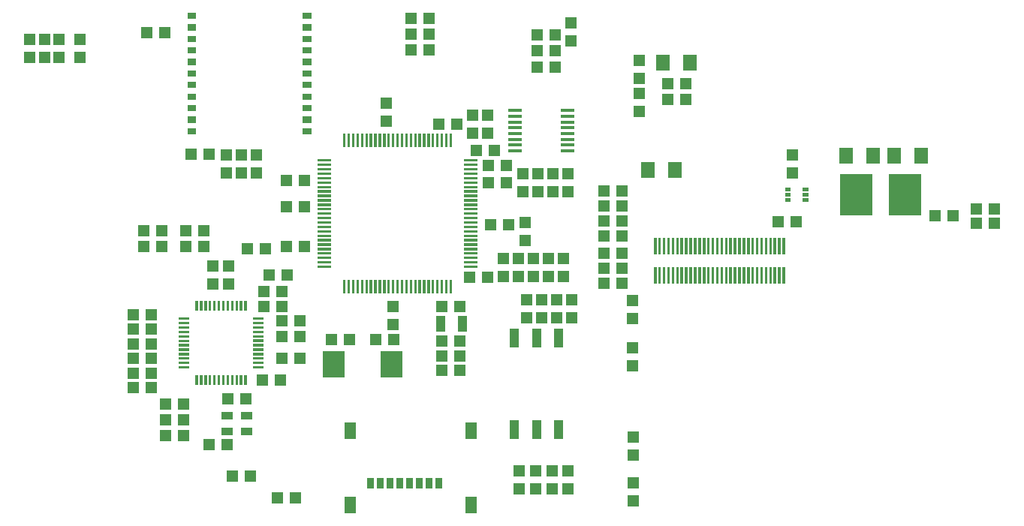
<source format=gbr>
G04 start of page 8 for group -4015 idx -4015 *
G04 Title: (unknown), toppaste *
G04 Creator: pcb 4.0.2 *
G04 CreationDate: Wed Oct 16 23:20:42 2019 UTC *
G04 For: walter *
G04 Format: Gerber/RS-274X *
G04 PCB-Dimensions (mil): 4429.13 2362.20 *
G04 PCB-Coordinate-Origin: lower left *
%MOIN*%
%FSLAX25Y25*%
%LNTOPPASTE*%
%ADD94C,0.0001*%
G54D94*G36*
X221122Y162933D02*Y157933D01*
X226122D01*
Y162933D01*
X221122D01*
G37*
G36*
Y154933D02*Y149933D01*
X226122D01*
Y154933D01*
X221122D01*
G37*
G36*
X289023Y213342D02*X283023D01*
Y206342D01*
X289023D01*
Y213342D01*
G37*
G36*
X301023D02*X295023D01*
Y206342D01*
X301023D01*
Y213342D01*
G37*
G36*
X340196Y118818D02*X339016D01*
Y111733D01*
X340196D01*
Y118818D01*
G37*
G36*
X338227D02*X337047D01*
Y111733D01*
X338227D01*
Y118818D01*
G37*
G36*
X336259D02*X335079D01*
Y111733D01*
X336259D01*
Y118818D01*
G37*
G36*
X334290D02*X333110D01*
Y111733D01*
X334290D01*
Y118818D01*
G37*
G36*
X332322D02*X331142D01*
Y111733D01*
X332322D01*
Y118818D01*
G37*
G36*
X330353D02*X329173D01*
Y111733D01*
X330353D01*
Y118818D01*
G37*
G36*
X328385D02*X327205D01*
Y111733D01*
X328385D01*
Y118818D01*
G37*
G36*
X326416D02*X325236D01*
Y111733D01*
X326416D01*
Y118818D01*
G37*
G36*
X324448D02*X323268D01*
Y111733D01*
X324448D01*
Y118818D01*
G37*
G36*
X322479D02*X321299D01*
Y111733D01*
X322479D01*
Y118818D01*
G37*
G36*
X320511D02*X319331D01*
Y111733D01*
X320511D01*
Y118818D01*
G37*
G36*
X318542D02*X317362D01*
Y111733D01*
X318542D01*
Y118818D01*
G37*
G36*
X316574D02*X315394D01*
Y111733D01*
X316574D01*
Y118818D01*
G37*
G36*
X314605D02*X313425D01*
Y111733D01*
X314605D01*
Y118818D01*
G37*
G36*
X312637D02*X311457D01*
Y111733D01*
X312637D01*
Y118818D01*
G37*
G36*
X310668D02*X309488D01*
Y111733D01*
X310668D01*
Y118818D01*
G37*
G36*
X308700D02*X307520D01*
Y111733D01*
X308700D01*
Y118818D01*
G37*
G36*
X306731D02*X305551D01*
Y111733D01*
X306731D01*
Y118818D01*
G37*
G36*
X304763D02*X303583D01*
Y111733D01*
X304763D01*
Y118818D01*
G37*
G36*
X302794D02*X301614D01*
Y111733D01*
X302794D01*
Y118818D01*
G37*
G36*
X300826D02*X299646D01*
Y111733D01*
X300826D01*
Y118818D01*
G37*
G36*
X298857D02*X297677D01*
Y111733D01*
X298857D01*
Y118818D01*
G37*
G36*
X296889D02*X295709D01*
Y111733D01*
X296889D01*
Y118818D01*
G37*
G36*
X294920D02*X293740D01*
Y111733D01*
X294920D01*
Y118818D01*
G37*
G36*
X292952D02*X291772D01*
Y111733D01*
X292952D01*
Y118818D01*
G37*
G36*
X290983D02*X289803D01*
Y111733D01*
X290983D01*
Y118818D01*
G37*
G36*
X289015D02*X287835D01*
Y111733D01*
X289015D01*
Y118818D01*
G37*
G36*
X287046D02*X285866D01*
Y111733D01*
X287046D01*
Y118818D01*
G37*
G36*
X285078D02*X283898D01*
Y111733D01*
X285078D01*
Y118818D01*
G37*
G36*
X283109D02*X281929D01*
Y111733D01*
X283109D01*
Y118818D01*
G37*
G36*
X340196Y131810D02*X339016D01*
Y124725D01*
X340196D01*
Y131810D01*
G37*
G36*
X338227D02*X337047D01*
Y124725D01*
X338227D01*
Y131810D01*
G37*
G36*
X336259D02*X335079D01*
Y124725D01*
X336259D01*
Y131810D01*
G37*
G36*
X334290D02*X333110D01*
Y124725D01*
X334290D01*
Y131810D01*
G37*
G36*
X332322D02*X331142D01*
Y124725D01*
X332322D01*
Y131810D01*
G37*
G36*
X330353D02*X329173D01*
Y124725D01*
X330353D01*
Y131810D01*
G37*
G36*
X328385D02*X327205D01*
Y124725D01*
X328385D01*
Y131810D01*
G37*
G36*
X326416D02*X325236D01*
Y124725D01*
X326416D01*
Y131810D01*
G37*
G36*
X324448D02*X323268D01*
Y124725D01*
X324448D01*
Y131810D01*
G37*
G36*
X322479D02*X321299D01*
Y124725D01*
X322479D01*
Y131810D01*
G37*
G36*
X320511D02*X319331D01*
Y124725D01*
X320511D01*
Y131810D01*
G37*
G36*
X318542D02*X317362D01*
Y124725D01*
X318542D01*
Y131810D01*
G37*
G36*
X316574D02*X315394D01*
Y124725D01*
X316574D01*
Y131810D01*
G37*
G36*
X314605D02*X313425D01*
Y124725D01*
X314605D01*
Y131810D01*
G37*
G36*
X312637D02*X311457D01*
Y124725D01*
X312637D01*
Y131810D01*
G37*
G36*
X310668D02*X309488D01*
Y124725D01*
X310668D01*
Y131810D01*
G37*
G36*
X308700D02*X307520D01*
Y124725D01*
X308700D01*
Y131810D01*
G37*
G36*
X306731D02*X305551D01*
Y124725D01*
X306731D01*
Y131810D01*
G37*
G36*
X304763D02*X303583D01*
Y124725D01*
X304763D01*
Y131810D01*
G37*
G36*
X302794D02*X301614D01*
Y124725D01*
X302794D01*
Y131810D01*
G37*
G36*
X300826D02*X299646D01*
Y124725D01*
X300826D01*
Y131810D01*
G37*
G36*
X298857D02*X297677D01*
Y124725D01*
X298857D01*
Y131810D01*
G37*
G36*
X296889D02*X295709D01*
Y124725D01*
X296889D01*
Y131810D01*
G37*
G36*
X294920D02*X293740D01*
Y124725D01*
X294920D01*
Y131810D01*
G37*
G36*
X292952D02*X291772D01*
Y124725D01*
X292952D01*
Y131810D01*
G37*
G36*
X290983D02*X289803D01*
Y124725D01*
X290983D01*
Y131810D01*
G37*
G36*
X289015D02*X287835D01*
Y124725D01*
X289015D01*
Y131810D01*
G37*
G36*
X287046D02*X285866D01*
Y124725D01*
X287046D01*
Y131810D01*
G37*
G36*
X285078D02*X283898D01*
Y124725D01*
X285078D01*
Y131810D01*
G37*
G36*
X283109D02*X281929D01*
Y124725D01*
X283109D01*
Y131810D01*
G37*
G36*
X52815Y137539D02*Y132539D01*
X57815D01*
Y137539D01*
X52815D01*
G37*
G36*
X60815D02*Y132539D01*
X65815D01*
Y137539D01*
X60815D01*
G37*
G36*
X106949Y129665D02*Y124665D01*
X111949D01*
Y129665D01*
X106949D01*
G37*
G36*
X98949D02*Y124665D01*
X103949D01*
Y129665D01*
X98949D01*
G37*
G36*
X282134Y165705D02*X276134D01*
Y158705D01*
X282134D01*
Y165705D01*
G37*
G36*
X294134D02*X288134D01*
Y158705D01*
X294134D01*
Y165705D01*
G37*
G36*
X241750Y91527D02*X237750D01*
Y83197D01*
X241750D01*
Y91527D01*
G37*
G36*
X231908D02*X227908D01*
Y83197D01*
X231908D01*
Y91527D01*
G37*
G36*
X241750Y50976D02*X237750D01*
Y42646D01*
X241750D01*
Y50976D01*
G37*
G36*
X222065Y91528D02*X218065D01*
Y83198D01*
X222065D01*
Y91528D01*
G37*
G36*
Y50977D02*X218065D01*
Y42647D01*
X222065D01*
Y50977D01*
G37*
G36*
X231908Y50976D02*X227908D01*
Y42646D01*
X231908D01*
Y50976D01*
G37*
G36*
X257342Y155255D02*Y150255D01*
X262342D01*
Y155255D01*
X257342D01*
G37*
G36*
X265342D02*Y150255D01*
X270342D01*
Y155255D01*
X265342D01*
G37*
G36*
X334705Y141476D02*Y136476D01*
X339705D01*
Y141476D01*
X334705D01*
G37*
G36*
X342705D02*Y136476D01*
X347705D01*
Y141476D01*
X342705D01*
G37*
G36*
X185295Y75531D02*Y70531D01*
X190295D01*
Y75531D01*
X185295D01*
G37*
G36*
X193295D02*Y70531D01*
X198295D01*
Y75531D01*
X193295D01*
G37*
G36*
X134839Y81697D02*Y80897D01*
X144694D01*
Y81697D01*
X134839D01*
G37*
G36*
X144694D02*X143894D01*
Y69874D01*
X144694D01*
Y81697D01*
G37*
G36*
X134839Y70674D02*Y69874D01*
X144694D01*
Y70674D01*
X134839D01*
G37*
G36*
X135639Y81697D02*X134839D01*
Y69874D01*
X135639D01*
Y81697D01*
G37*
G36*
X135232Y81304D02*Y80504D01*
X144300D01*
Y81304D01*
X135232D01*
G37*
G36*
X144300D02*X143500D01*
Y70267D01*
X144300D01*
Y81304D01*
G37*
G36*
X135232Y71067D02*Y70267D01*
X144300D01*
Y71067D01*
X135232D01*
G37*
G36*
X136032Y80910D02*X135232D01*
Y70267D01*
X136032D01*
Y80910D01*
G37*
G36*
X135232D02*Y80110D01*
X143906D01*
Y80910D01*
X135232D01*
G37*
G36*
X143906D02*X143106D01*
Y70661D01*
X143906D01*
Y80910D01*
G37*
G36*
X135626Y71461D02*Y70661D01*
X143906D01*
Y71461D01*
X135626D01*
G37*
G36*
X136426Y80516D02*X135626D01*
Y70661D01*
X136426D01*
Y80516D01*
G37*
G36*
X135626D02*Y79716D01*
X143513D01*
Y80516D01*
X135626D01*
G37*
G36*
X143513D02*X142713D01*
Y71055D01*
X143513D01*
Y80516D01*
G37*
G36*
X136020Y71855D02*Y71055D01*
X143513D01*
Y71855D01*
X136020D01*
G37*
G36*
X136820Y80123D02*X136020D01*
Y71055D01*
X136820D01*
Y80123D01*
G37*
G36*
X136020D02*Y79323D01*
X143119D01*
Y80123D01*
X136020D01*
G37*
G36*
X143119D02*X142319D01*
Y71449D01*
X143119D01*
Y80123D01*
G37*
G36*
X136414Y72249D02*Y71449D01*
X143119D01*
Y72249D01*
X136414D01*
G37*
G36*
X137214Y79729D02*X136414D01*
Y71449D01*
X137214D01*
Y79729D01*
G37*
G36*
X136414D02*Y78929D01*
X142725D01*
Y79729D01*
X136414D01*
G37*
G36*
X142725D02*X141925D01*
Y71842D01*
X142725D01*
Y79729D01*
G37*
G36*
X136807Y72642D02*Y71842D01*
X142725D01*
Y72642D01*
X136807D01*
G37*
G36*
X137607Y79335D02*X136807D01*
Y71842D01*
X137607D01*
Y79335D01*
G37*
G36*
X136807D02*Y78535D01*
X142332D01*
Y79335D01*
X136807D01*
G37*
G36*
X142332D02*X141532D01*
Y72236D01*
X142332D01*
Y79335D01*
G37*
G36*
X137201Y73036D02*Y72236D01*
X142332D01*
Y73036D01*
X137201D01*
G37*
G36*
X138001Y78941D02*X137201D01*
Y72236D01*
X138001D01*
Y78941D01*
G37*
G36*
X137201D02*Y78141D01*
X141938D01*
Y78941D01*
X137201D01*
G37*
G36*
X141938D02*X141138D01*
Y72630D01*
X141938D01*
Y78941D01*
G37*
G36*
X137595Y73430D02*Y72630D01*
X141938D01*
Y73430D01*
X137595D01*
G37*
G36*
X138395Y78548D02*X137595D01*
Y72630D01*
X138395D01*
Y78548D01*
G37*
G36*
X137595D02*Y77748D01*
X141544D01*
Y78548D01*
X137595D01*
G37*
G36*
X141544D02*X140744D01*
Y73023D01*
X141544D01*
Y78548D01*
G37*
G36*
X137988Y73823D02*Y73023D01*
X141544D01*
Y73823D01*
X137988D01*
G37*
G36*
X138788Y78154D02*X137988D01*
Y73023D01*
X138788D01*
Y78154D01*
G37*
G36*
X137988D02*Y77354D01*
X141151D01*
Y78154D01*
X137988D01*
G37*
G36*
X141151D02*X140351D01*
Y73417D01*
X141151D01*
Y78154D01*
G37*
G36*
X138382Y74217D02*Y73417D01*
X141151D01*
Y74217D01*
X138382D01*
G37*
G36*
X139182Y77760D02*X138382D01*
Y73417D01*
X139182D01*
Y77760D01*
G37*
G36*
X138382D02*Y76960D01*
X140757D01*
Y77760D01*
X138382D01*
G37*
G36*
X140757D02*X139957D01*
Y73811D01*
X140757D01*
Y77760D01*
G37*
G36*
X138776Y74611D02*Y73811D01*
X140757D01*
Y74611D01*
X138776D01*
G37*
G36*
X139576Y77367D02*X138776D01*
Y73811D01*
X139576D01*
Y77367D01*
G37*
G36*
X138776D02*Y76567D01*
X140363D01*
Y77367D01*
X138776D01*
G37*
G36*
X140363D02*X139563D01*
Y74204D01*
X140363D01*
Y77367D01*
G37*
G36*
X139169Y75004D02*Y74204D01*
X140363D01*
Y75004D01*
X139169D01*
G37*
G36*
X139969Y77367D02*X139169D01*
Y74204D01*
X139969D01*
Y77367D01*
G37*
G36*
X160430Y81697D02*Y80897D01*
X170285D01*
Y81697D01*
X160430D01*
G37*
G36*
X170285D02*X169485D01*
Y69874D01*
X170285D01*
Y81697D01*
G37*
G36*
X160430Y70674D02*Y69874D01*
X170285D01*
Y70674D01*
X160430D01*
G37*
G36*
X161230Y81697D02*X160430D01*
Y69874D01*
X161230D01*
Y81697D01*
G37*
G36*
X160823Y81304D02*Y80504D01*
X169891D01*
Y81304D01*
X160823D01*
G37*
G36*
X169891D02*X169091D01*
Y70267D01*
X169891D01*
Y81304D01*
G37*
G36*
X160823Y71067D02*Y70267D01*
X169891D01*
Y71067D01*
X160823D01*
G37*
G36*
X161623Y80910D02*X160823D01*
Y70267D01*
X161623D01*
Y80910D01*
G37*
G36*
X160823D02*Y80110D01*
X169497D01*
Y80910D01*
X160823D01*
G37*
G36*
X169497D02*X168697D01*
Y70661D01*
X169497D01*
Y80910D01*
G37*
G36*
X161217Y71461D02*Y70661D01*
X169497D01*
Y71461D01*
X161217D01*
G37*
G36*
X162017Y80516D02*X161217D01*
Y70661D01*
X162017D01*
Y80516D01*
G37*
G36*
X161217D02*Y79716D01*
X169104D01*
Y80516D01*
X161217D01*
G37*
G36*
X169104D02*X168304D01*
Y71055D01*
X169104D01*
Y80516D01*
G37*
G36*
X161611Y71855D02*Y71055D01*
X169104D01*
Y71855D01*
X161611D01*
G37*
G36*
X162411Y80123D02*X161611D01*
Y71055D01*
X162411D01*
Y80123D01*
G37*
G36*
X161611D02*Y79323D01*
X168710D01*
Y80123D01*
X161611D01*
G37*
G36*
X168710D02*X167910D01*
Y71449D01*
X168710D01*
Y80123D01*
G37*
G36*
X162005Y72249D02*Y71449D01*
X168710D01*
Y72249D01*
X162005D01*
G37*
G36*
X162805Y79729D02*X162005D01*
Y71449D01*
X162805D01*
Y79729D01*
G37*
G36*
X162005D02*Y78929D01*
X168316D01*
Y79729D01*
X162005D01*
G37*
G36*
X168316D02*X167516D01*
Y71842D01*
X168316D01*
Y79729D01*
G37*
G36*
X162398Y72642D02*Y71842D01*
X168316D01*
Y72642D01*
X162398D01*
G37*
G36*
X163198Y79335D02*X162398D01*
Y71842D01*
X163198D01*
Y79335D01*
G37*
G36*
X162398D02*Y78535D01*
X167923D01*
Y79335D01*
X162398D01*
G37*
G36*
X167923D02*X167123D01*
Y72236D01*
X167923D01*
Y79335D01*
G37*
G36*
X162792Y73036D02*Y72236D01*
X167923D01*
Y73036D01*
X162792D01*
G37*
G36*
X163592Y78941D02*X162792D01*
Y72236D01*
X163592D01*
Y78941D01*
G37*
G36*
X162792D02*Y78141D01*
X167529D01*
Y78941D01*
X162792D01*
G37*
G36*
X167529D02*X166729D01*
Y72630D01*
X167529D01*
Y78941D01*
G37*
G36*
X163186Y73430D02*Y72630D01*
X167529D01*
Y73430D01*
X163186D01*
G37*
G36*
X163986Y78548D02*X163186D01*
Y72630D01*
X163986D01*
Y78548D01*
G37*
G36*
X163186D02*Y77748D01*
X167135D01*
Y78548D01*
X163186D01*
G37*
G36*
X167135D02*X166335D01*
Y73023D01*
X167135D01*
Y78548D01*
G37*
G36*
X163579Y73823D02*Y73023D01*
X167135D01*
Y73823D01*
X163579D01*
G37*
G36*
X164379Y78154D02*X163579D01*
Y73023D01*
X164379D01*
Y78154D01*
G37*
G36*
X163579D02*Y77354D01*
X166742D01*
Y78154D01*
X163579D01*
G37*
G36*
X166742D02*X165942D01*
Y73417D01*
X166742D01*
Y78154D01*
G37*
G36*
X163973Y74217D02*Y73417D01*
X166742D01*
Y74217D01*
X163973D01*
G37*
G36*
X164773Y77760D02*X163973D01*
Y73417D01*
X164773D01*
Y77760D01*
G37*
G36*
X163973D02*Y76960D01*
X166348D01*
Y77760D01*
X163973D01*
G37*
G36*
X166348D02*X165548D01*
Y73811D01*
X166348D01*
Y77760D01*
G37*
G36*
X164367Y74611D02*Y73811D01*
X166348D01*
Y74611D01*
X164367D01*
G37*
G36*
X165167Y77367D02*X164367D01*
Y73811D01*
X165167D01*
Y77367D01*
G37*
G36*
X164367D02*Y76567D01*
X165954D01*
Y77367D01*
X164367D01*
G37*
G36*
X165954D02*X165154D01*
Y74204D01*
X165954D01*
Y77367D01*
G37*
G36*
X164760Y75004D02*Y74204D01*
X165954D01*
Y75004D01*
X164760D01*
G37*
G36*
X165560Y77367D02*X164760D01*
Y74204D01*
X165560D01*
Y77367D01*
G37*
G36*
X136281Y89112D02*Y84112D01*
X141281D01*
Y89112D01*
X136281D01*
G37*
G36*
X144281D02*Y84112D01*
X149281D01*
Y89112D01*
X144281D01*
G37*
G36*
X160691Y194428D02*Y189428D01*
X165691D01*
Y194428D01*
X160691D01*
G37*
G36*
Y186428D02*Y181428D01*
X165691D01*
Y186428D01*
X160691D01*
G37*
G36*
X185297Y103877D02*Y98877D01*
X190297D01*
Y103877D01*
X185297D01*
G37*
G36*
X193297D02*Y98877D01*
X198297D01*
Y103877D01*
X193297D01*
G37*
G36*
X185231Y97250D02*Y96450D01*
X189180D01*
Y97250D01*
X185231D01*
G37*
G36*
X189180D02*X188380D01*
Y90150D01*
X189180D01*
Y97250D01*
G37*
G36*
X185231Y90950D02*Y90150D01*
X189180D01*
Y90950D01*
X185231D01*
G37*
G36*
X186031Y97250D02*X185231D01*
Y90150D01*
X186031D01*
Y97250D01*
G37*
G36*
X185625Y96856D02*Y96056D01*
X188787D01*
Y96856D01*
X185625D01*
G37*
G36*
X188787D02*X187987D01*
Y90544D01*
X188787D01*
Y96856D01*
G37*
G36*
X185625Y91344D02*Y90544D01*
X188787D01*
Y91344D01*
X185625D01*
G37*
G36*
X186425Y96462D02*X185625D01*
Y90544D01*
X186425D01*
Y96462D01*
G37*
G36*
X185625D02*Y95662D01*
X188393D01*
Y96462D01*
X185625D01*
G37*
G36*
X188393D02*X187593D01*
Y90938D01*
X188393D01*
Y96462D01*
G37*
G36*
X186018Y91738D02*Y90938D01*
X188393D01*
Y91738D01*
X186018D01*
G37*
G36*
X186818Y96068D02*X186018D01*
Y90938D01*
X186818D01*
Y96068D01*
G37*
G36*
X186018D02*Y95268D01*
X187999D01*
Y96068D01*
X186018D01*
G37*
G36*
X187999D02*X187199D01*
Y91331D01*
X187999D01*
Y96068D01*
G37*
G36*
X186412Y92131D02*Y91331D01*
X187999D01*
Y92131D01*
X186412D01*
G37*
G36*
X187212Y95675D02*X186412D01*
Y91331D01*
X187212D01*
Y95675D01*
G37*
G36*
X186412D02*Y94875D01*
X187606D01*
Y95675D01*
X186412D01*
G37*
G36*
X187606D02*X186806D01*
Y91331D01*
X187606D01*
Y95675D01*
G37*
G36*
X195074Y97250D02*Y96450D01*
X199023D01*
Y97250D01*
X195074D01*
G37*
G36*
X199023D02*X198223D01*
Y90150D01*
X199023D01*
Y97250D01*
G37*
G36*
X195074Y90950D02*Y90150D01*
X199023D01*
Y90950D01*
X195074D01*
G37*
G36*
X195874Y97250D02*X195074D01*
Y90150D01*
X195874D01*
Y97250D01*
G37*
G36*
X195468Y96856D02*Y96056D01*
X198630D01*
Y96856D01*
X195468D01*
G37*
G36*
X198630D02*X197830D01*
Y90544D01*
X198630D01*
Y96856D01*
G37*
G36*
X195468Y91344D02*Y90544D01*
X198630D01*
Y91344D01*
X195468D01*
G37*
G36*
X196268Y96462D02*X195468D01*
Y90544D01*
X196268D01*
Y96462D01*
G37*
G36*
X195468D02*Y95662D01*
X198236D01*
Y96462D01*
X195468D01*
G37*
G36*
X198236D02*X197436D01*
Y90938D01*
X198236D01*
Y96462D01*
G37*
G36*
X195861Y91738D02*Y90938D01*
X198236D01*
Y91738D01*
X195861D01*
G37*
G36*
X196661Y96068D02*X195861D01*
Y90938D01*
X196661D01*
Y96068D01*
G37*
G36*
X195861D02*Y95268D01*
X197842D01*
Y96068D01*
X195861D01*
G37*
G36*
X197842D02*X197042D01*
Y91331D01*
X197842D01*
Y96068D01*
G37*
G36*
X196255Y92131D02*Y91331D01*
X197842D01*
Y92131D01*
X196255D01*
G37*
G36*
X197055Y95675D02*X196255D01*
Y91331D01*
X197055D01*
Y95675D01*
G37*
G36*
X196255D02*Y94875D01*
X197449D01*
Y95675D01*
X196255D01*
G37*
G36*
X197449D02*X196649D01*
Y91331D01*
X197449D01*
Y95675D01*
G37*
G36*
X163644Y103876D02*Y98876D01*
X168644D01*
Y103876D01*
X163644D01*
G37*
G36*
Y95876D02*Y90876D01*
X168644D01*
Y95876D01*
X163644D01*
G37*
G36*
X116202Y159979D02*Y154979D01*
X121202D01*
Y159979D01*
X116202D01*
G37*
G36*
X124202D02*Y154979D01*
X129202D01*
Y159979D01*
X124202D01*
G37*
G36*
X116202Y148168D02*Y143168D01*
X121202D01*
Y148168D01*
X116202D01*
G37*
G36*
X124202D02*Y143168D01*
X129202D01*
Y148168D01*
X124202D01*
G37*
G36*
X116202Y130451D02*Y125451D01*
X121202D01*
Y130451D01*
X116202D01*
G37*
G36*
X124202D02*Y125451D01*
X129202D01*
Y130451D01*
X124202D01*
G37*
G36*
X222108Y141278D02*Y136278D01*
X227108D01*
Y141278D01*
X222108D01*
G37*
G36*
Y133278D02*Y128278D01*
X227108D01*
Y133278D01*
X222108D01*
G37*
G36*
X155769Y89112D02*Y84112D01*
X160769D01*
Y89112D01*
X155769D01*
G37*
G36*
X163769D02*Y84112D01*
X168769D01*
Y89112D01*
X163769D01*
G37*
G36*
X185297Y88522D02*Y83522D01*
X190297D01*
Y88522D01*
X185297D01*
G37*
G36*
X193297D02*Y83522D01*
X198297D01*
Y88522D01*
X193297D01*
G37*
G36*
X101142Y104013D02*X100040D01*
Y99513D01*
X101142D01*
Y104013D01*
G37*
G36*
X99174D02*X98072D01*
Y99513D01*
X99174D01*
Y104013D01*
G37*
G36*
X97205D02*X96103D01*
Y99513D01*
X97205D01*
Y104013D01*
G37*
G36*
X95237D02*X94135D01*
Y99513D01*
X95237D01*
Y104013D01*
G37*
G36*
X93268D02*X92166D01*
Y99513D01*
X93268D01*
Y104013D01*
G37*
G36*
X91300D02*X90198D01*
Y99513D01*
X91300D01*
Y104013D01*
G37*
G36*
X89331D02*X88229D01*
Y99513D01*
X89331D01*
Y104013D01*
G37*
G36*
X87363D02*X86261D01*
Y99513D01*
X87363D01*
Y104013D01*
G37*
G36*
X85394D02*X84292D01*
Y99513D01*
X85394D01*
Y104013D01*
G37*
G36*
X83426D02*X82324D01*
Y99513D01*
X83426D01*
Y104013D01*
G37*
G36*
X81457D02*X80355D01*
Y99513D01*
X81457D01*
Y104013D01*
G37*
G36*
X79489D02*X78387D01*
Y99513D01*
X79489D01*
Y104013D01*
G37*
G36*
X70986Y96611D02*Y95509D01*
X75486D01*
Y96611D01*
X70986D01*
G37*
G36*
Y94643D02*Y93541D01*
X75486D01*
Y94643D01*
X70986D01*
G37*
G36*
Y92674D02*Y91572D01*
X75486D01*
Y92674D01*
X70986D01*
G37*
G36*
Y90706D02*Y89604D01*
X75486D01*
Y90706D01*
X70986D01*
G37*
G36*
Y88737D02*Y87635D01*
X75486D01*
Y88737D01*
X70986D01*
G37*
G36*
Y86769D02*Y85667D01*
X75486D01*
Y86769D01*
X70986D01*
G37*
G36*
Y84800D02*Y83698D01*
X75486D01*
Y84800D01*
X70986D01*
G37*
G36*
Y82832D02*Y81730D01*
X75486D01*
Y82832D01*
X70986D01*
G37*
G36*
Y80863D02*Y79761D01*
X75486D01*
Y80863D01*
X70986D01*
G37*
G36*
Y78895D02*Y77793D01*
X75486D01*
Y78895D01*
X70986D01*
G37*
G36*
Y76926D02*Y75824D01*
X75486D01*
Y76926D01*
X70986D01*
G37*
G36*
Y74958D02*Y73856D01*
X75486D01*
Y74958D01*
X70986D01*
G37*
G36*
X79490Y70955D02*X78388D01*
Y66455D01*
X79490D01*
Y70955D01*
G37*
G36*
X81458D02*X80356D01*
Y66455D01*
X81458D01*
Y70955D01*
G37*
G36*
X83427D02*X82325D01*
Y66455D01*
X83427D01*
Y70955D01*
G37*
G36*
X85395D02*X84293D01*
Y66455D01*
X85395D01*
Y70955D01*
G37*
G36*
X87364D02*X86262D01*
Y66455D01*
X87364D01*
Y70955D01*
G37*
G36*
X89332D02*X88230D01*
Y66455D01*
X89332D01*
Y70955D01*
G37*
G36*
X91301D02*X90199D01*
Y66455D01*
X91301D01*
Y70955D01*
G37*
G36*
X93269D02*X92167D01*
Y66455D01*
X93269D01*
Y70955D01*
G37*
G36*
X95238D02*X94136D01*
Y66455D01*
X95238D01*
Y70955D01*
G37*
G36*
X97206D02*X96104D01*
Y66455D01*
X97206D01*
Y70955D01*
G37*
G36*
X99175D02*X98073D01*
Y66455D01*
X99175D01*
Y70955D01*
G37*
G36*
X101143D02*X100041D01*
Y66455D01*
X101143D01*
Y70955D01*
G37*
G36*
X104044Y74959D02*Y73857D01*
X108544D01*
Y74959D01*
X104044D01*
G37*
G36*
Y76927D02*Y75825D01*
X108544D01*
Y76927D01*
X104044D01*
G37*
G36*
Y78896D02*Y77794D01*
X108544D01*
Y78896D01*
X104044D01*
G37*
G36*
Y80864D02*Y79762D01*
X108544D01*
Y80864D01*
X104044D01*
G37*
G36*
Y82833D02*Y81731D01*
X108544D01*
Y82833D01*
X104044D01*
G37*
G36*
Y84801D02*Y83699D01*
X108544D01*
Y84801D01*
X104044D01*
G37*
G36*
Y86770D02*Y85668D01*
X108544D01*
Y86770D01*
X104044D01*
G37*
G36*
Y88738D02*Y87636D01*
X108544D01*
Y88738D01*
X104044D01*
G37*
G36*
Y90707D02*Y89605D01*
X108544D01*
Y90707D01*
X104044D01*
G37*
G36*
Y92675D02*Y91573D01*
X108544D01*
Y92675D01*
X104044D01*
G37*
G36*
Y94644D02*Y93542D01*
X108544D01*
Y94644D01*
X104044D01*
G37*
G36*
Y96612D02*Y95510D01*
X108544D01*
Y96612D01*
X104044D01*
G37*
G36*
X89786Y54700D02*Y51200D01*
X94861D01*
Y54700D01*
X89786D01*
G37*
G36*
Y47614D02*Y44114D01*
X94861D01*
Y47614D01*
X89786D01*
G37*
G36*
X98448Y54700D02*Y51200D01*
X103523D01*
Y54700D01*
X98448D01*
G37*
G36*
Y47614D02*Y44114D01*
X103523D01*
Y47614D01*
X98448D01*
G37*
G36*
X106162Y104074D02*Y99074D01*
X111162D01*
Y104074D01*
X106162D01*
G37*
G36*
X114162D02*Y99074D01*
X119162D01*
Y104074D01*
X114162D01*
G37*
G36*
X105572Y71396D02*Y66396D01*
X110572D01*
Y71396D01*
X105572D01*
G37*
G36*
X113572D02*Y66396D01*
X118572D01*
Y71396D01*
X113572D01*
G37*
G36*
X106163Y110570D02*Y105570D01*
X111163D01*
Y110570D01*
X106163D01*
G37*
G36*
X114163D02*Y105570D01*
X119163D01*
Y110570D01*
X114163D01*
G37*
G36*
X90612Y121789D02*Y116789D01*
X95612D01*
Y121789D01*
X90612D01*
G37*
G36*
Y113789D02*Y108789D01*
X95612D01*
Y113789D01*
X90612D01*
G37*
G36*
X83524Y121791D02*Y116791D01*
X88524D01*
Y121791D01*
X83524D01*
G37*
G36*
Y113791D02*Y108791D01*
X88524D01*
Y113791D01*
X83524D01*
G37*
G36*
X122107Y97577D02*Y92577D01*
X127107D01*
Y97577D01*
X122107D01*
G37*
G36*
X114107D02*Y92577D01*
X119107D01*
Y97577D01*
X114107D01*
G37*
G36*
X122106Y90492D02*Y85492D01*
X127106D01*
Y90492D01*
X122106D01*
G37*
G36*
X114106D02*Y85492D01*
X119106D01*
Y90492D01*
X114106D01*
G37*
G36*
X122107Y80845D02*Y75845D01*
X127107D01*
Y80845D01*
X122107D01*
G37*
G36*
X114107D02*Y75845D01*
X119107D01*
Y80845D01*
X114107D01*
G37*
G36*
X90218Y62931D02*Y57931D01*
X95218D01*
Y62931D01*
X90218D01*
G37*
G36*
X98218D02*Y57931D01*
X103218D01*
Y62931D01*
X98218D01*
G37*
G36*
X56163Y100334D02*Y95334D01*
X61163D01*
Y100334D01*
X56163D01*
G37*
G36*
X48163D02*Y95334D01*
X53163D01*
Y100334D01*
X48163D01*
G37*
G36*
X56163Y93838D02*Y88838D01*
X61163D01*
Y93838D01*
X56163D01*
G37*
G36*
X48163D02*Y88838D01*
X53163D01*
Y93838D01*
X48163D01*
G37*
G36*
X56163Y87341D02*Y82341D01*
X61163D01*
Y87341D01*
X56163D01*
G37*
G36*
X48163D02*Y82341D01*
X53163D01*
Y87341D01*
X48163D01*
G37*
G36*
X56163Y80845D02*Y75845D01*
X61163D01*
Y80845D01*
X56163D01*
G37*
G36*
X48163D02*Y75845D01*
X53163D01*
Y80845D01*
X48163D01*
G37*
G36*
X56163Y74349D02*Y69349D01*
X61163D01*
Y74349D01*
X56163D01*
G37*
G36*
X48163D02*Y69349D01*
X53163D01*
Y74349D01*
X48163D01*
G37*
G36*
X56163Y67853D02*Y62853D01*
X61163D01*
Y67853D01*
X56163D01*
G37*
G36*
X48163D02*Y62853D01*
X53163D01*
Y67853D01*
X48163D01*
G37*
G36*
X108721Y118050D02*Y113050D01*
X113721D01*
Y118050D01*
X108721D01*
G37*
G36*
X116721D02*Y113050D01*
X121721D01*
Y118050D01*
X116721D01*
G37*
G36*
X229586Y106830D02*Y101830D01*
X234586D01*
Y106830D01*
X229586D01*
G37*
G36*
Y98830D02*Y93830D01*
X234586D01*
Y98830D01*
X229586D01*
G37*
G36*
X70728Y60767D02*Y55767D01*
X75728D01*
Y60767D01*
X70728D01*
G37*
G36*
X62728D02*Y55767D01*
X67728D01*
Y60767D01*
X62728D01*
G37*
G36*
X70729Y53680D02*Y48680D01*
X75729D01*
Y53680D01*
X70729D01*
G37*
G36*
X62729D02*Y48680D01*
X67729D01*
Y53680D01*
X62729D01*
G37*
G36*
X70728Y46594D02*Y41594D01*
X75728D01*
Y46594D01*
X70728D01*
G37*
G36*
X62728D02*Y41594D01*
X67728D01*
Y46594D01*
X62728D01*
G37*
G36*
X236279Y106830D02*Y101830D01*
X241279D01*
Y106830D01*
X236279D01*
G37*
G36*
Y98830D02*Y93830D01*
X241279D01*
Y98830D01*
X236279D01*
G37*
G36*
X242972Y106830D02*Y101830D01*
X247972D01*
Y106830D01*
X242972D01*
G37*
G36*
Y98830D02*Y93830D01*
X247972D01*
Y98830D01*
X242972D01*
G37*
G36*
X52815Y130452D02*Y125452D01*
X57815D01*
Y130452D01*
X52815D01*
G37*
G36*
X60815D02*Y125452D01*
X65815D01*
Y130452D01*
X60815D01*
G37*
G36*
X71516D02*Y125452D01*
X76516D01*
Y130452D01*
X71516D01*
G37*
G36*
X79516D02*Y125452D01*
X84516D01*
Y130452D01*
X79516D01*
G37*
G36*
X71516Y137539D02*Y132539D01*
X76516D01*
Y137539D01*
X71516D01*
G37*
G36*
X79516D02*Y132539D01*
X84516D01*
Y137539D01*
X79516D01*
G37*
G36*
X257342Y141869D02*Y136869D01*
X262342D01*
Y141869D01*
X257342D01*
G37*
G36*
X265342D02*Y136869D01*
X270342D01*
Y141869D01*
X265342D01*
G37*
G36*
X257342Y148562D02*Y143562D01*
X262342D01*
Y148562D01*
X257342D01*
G37*
G36*
X265342D02*Y143562D01*
X270342D01*
Y148562D01*
X265342D01*
G37*
G36*
X257342Y135176D02*Y130176D01*
X262342D01*
Y135176D01*
X257342D01*
G37*
G36*
X265342D02*Y130176D01*
X270342D01*
Y135176D01*
X265342D01*
G37*
G36*
X257343Y114311D02*Y109311D01*
X262343D01*
Y114311D01*
X257343D01*
G37*
G36*
X265343D02*Y109311D01*
X270343D01*
Y114311D01*
X265343D01*
G37*
G36*
X257343Y121003D02*Y116003D01*
X262343D01*
Y121003D01*
X257343D01*
G37*
G36*
X265343D02*Y116003D01*
X270343D01*
Y121003D01*
X265343D01*
G37*
G36*
X257343Y127696D02*Y122696D01*
X262343D01*
Y127696D01*
X257343D01*
G37*
G36*
X265343D02*Y122696D01*
X270343D01*
Y127696D01*
X265343D01*
G37*
G36*
X269941Y106633D02*Y101633D01*
X274941D01*
Y106633D01*
X269941D01*
G37*
G36*
Y98633D02*Y93633D01*
X274941D01*
Y98633D01*
X269941D01*
G37*
G36*
X270137Y25531D02*Y20531D01*
X275137D01*
Y25531D01*
X270137D01*
G37*
G36*
Y17531D02*Y12531D01*
X275137D01*
Y17531D01*
X270137D01*
G37*
G36*
X222893Y106830D02*Y101830D01*
X227893D01*
Y106830D01*
X222893D01*
G37*
G36*
Y98830D02*Y93830D01*
X227893D01*
Y98830D01*
X222893D01*
G37*
G36*
X219153Y125137D02*Y120137D01*
X224153D01*
Y125137D01*
X219153D01*
G37*
G36*
Y117137D02*Y112137D01*
X224153D01*
Y117137D01*
X219153D01*
G37*
G36*
X225846Y125137D02*Y120137D01*
X230846D01*
Y125137D01*
X225846D01*
G37*
G36*
Y117137D02*Y112137D01*
X230846D01*
Y117137D01*
X225846D01*
G37*
G36*
X232539Y125137D02*Y120137D01*
X237539D01*
Y125137D01*
X232539D01*
G37*
G36*
Y117137D02*Y112137D01*
X237539D01*
Y117137D01*
X232539D01*
G37*
G36*
X239232Y125137D02*Y120137D01*
X244232D01*
Y125137D01*
X239232D01*
G37*
G36*
Y117137D02*Y112137D01*
X244232D01*
Y117137D01*
X239232D01*
G37*
G36*
X212461Y125137D02*Y120137D01*
X217461D01*
Y125137D01*
X212461D01*
G37*
G36*
Y117137D02*Y112137D01*
X217461D01*
Y117137D01*
X212461D01*
G37*
G36*
X197697Y117066D02*Y112066D01*
X202697D01*
Y117066D01*
X197697D01*
G37*
G36*
X205697D02*Y112066D01*
X210697D01*
Y117066D01*
X205697D01*
G37*
G36*
X73878Y171594D02*Y166594D01*
X78878D01*
Y171594D01*
X73878D01*
G37*
G36*
X81878D02*Y166594D01*
X86878D01*
Y171594D01*
X81878D01*
G37*
G36*
X89429Y171397D02*Y166397D01*
X94429D01*
Y171397D01*
X89429D01*
G37*
G36*
Y163397D02*Y158397D01*
X94429D01*
Y163397D01*
X89429D01*
G37*
G36*
X96122Y171397D02*Y166397D01*
X101122D01*
Y171397D01*
X96122D01*
G37*
G36*
Y163397D02*Y158397D01*
X101122D01*
Y163397D01*
X96122D01*
G37*
G36*
X102815Y171397D02*Y166397D01*
X107815D01*
Y171397D01*
X102815D01*
G37*
G36*
Y163397D02*Y158397D01*
X107815D01*
Y163397D01*
X102815D01*
G37*
G36*
X54193Y225531D02*Y220531D01*
X59193D01*
Y225531D01*
X54193D01*
G37*
G36*
X62193D02*Y220531D01*
X67193D01*
Y225531D01*
X62193D01*
G37*
G36*
X192286Y178275D02*X191184D01*
Y172275D01*
X192286D01*
Y178275D01*
G37*
G36*
X190318D02*X189216D01*
Y172275D01*
X190318D01*
Y178275D01*
G37*
G36*
X188349D02*X187247D01*
Y172275D01*
X188349D01*
Y178275D01*
G37*
G36*
X186381D02*X185279D01*
Y172275D01*
X186381D01*
Y178275D01*
G37*
G36*
X184412D02*X183310D01*
Y172275D01*
X184412D01*
Y178275D01*
G37*
G36*
X182444D02*X181342D01*
Y172275D01*
X182444D01*
Y178275D01*
G37*
G36*
X180475D02*X179373D01*
Y172275D01*
X180475D01*
Y178275D01*
G37*
G36*
X178507D02*X177405D01*
Y172275D01*
X178507D01*
Y178275D01*
G37*
G36*
X176538D02*X175436D01*
Y172275D01*
X176538D01*
Y178275D01*
G37*
G36*
X174570D02*X173468D01*
Y172275D01*
X174570D01*
Y178275D01*
G37*
G36*
X172601D02*X171499D01*
Y172275D01*
X172601D01*
Y178275D01*
G37*
G36*
X170633D02*X169531D01*
Y172275D01*
X170633D01*
Y178275D01*
G37*
G36*
X168664D02*X167562D01*
Y172275D01*
X168664D01*
Y178275D01*
G37*
G36*
X166696D02*X165594D01*
Y172275D01*
X166696D01*
Y178275D01*
G37*
G36*
X164727D02*X163625D01*
Y172275D01*
X164727D01*
Y178275D01*
G37*
G36*
X162759D02*X161657D01*
Y172275D01*
X162759D01*
Y178275D01*
G37*
G36*
X160790D02*X159688D01*
Y172275D01*
X160790D01*
Y178275D01*
G37*
G36*
X158822D02*X157720D01*
Y172275D01*
X158822D01*
Y178275D01*
G37*
G36*
X156853D02*X155751D01*
Y172275D01*
X156853D01*
Y178275D01*
G37*
G36*
X154885D02*X153783D01*
Y172275D01*
X154885D01*
Y178275D01*
G37*
G36*
X152916D02*X151814D01*
Y172275D01*
X152916D01*
Y178275D01*
G37*
G36*
X150948D02*X149846D01*
Y172275D01*
X150948D01*
Y178275D01*
G37*
G36*
X148979D02*X147877D01*
Y172275D01*
X148979D01*
Y178275D01*
G37*
G36*
X147011D02*X145909D01*
Y172275D01*
X147011D01*
Y178275D01*
G37*
G36*
X145042D02*X143940D01*
Y172275D01*
X145042D01*
Y178275D01*
G37*
G36*
X132554Y166889D02*Y165787D01*
X138554D01*
Y166889D01*
X132554D01*
G37*
G36*
Y164921D02*Y163819D01*
X138554D01*
Y164921D01*
X132554D01*
G37*
G36*
Y162952D02*Y161850D01*
X138554D01*
Y162952D01*
X132554D01*
G37*
G36*
Y160984D02*Y159882D01*
X138554D01*
Y160984D01*
X132554D01*
G37*
G36*
Y159015D02*Y157913D01*
X138554D01*
Y159015D01*
X132554D01*
G37*
G36*
Y157047D02*Y155945D01*
X138554D01*
Y157047D01*
X132554D01*
G37*
G36*
Y155078D02*Y153976D01*
X138554D01*
Y155078D01*
X132554D01*
G37*
G36*
Y153110D02*Y152008D01*
X138554D01*
Y153110D01*
X132554D01*
G37*
G36*
Y151141D02*Y150039D01*
X138554D01*
Y151141D01*
X132554D01*
G37*
G36*
Y149173D02*Y148071D01*
X138554D01*
Y149173D01*
X132554D01*
G37*
G36*
Y147204D02*Y146102D01*
X138554D01*
Y147204D01*
X132554D01*
G37*
G36*
Y145236D02*Y144134D01*
X138554D01*
Y145236D01*
X132554D01*
G37*
G36*
Y143267D02*Y142165D01*
X138554D01*
Y143267D01*
X132554D01*
G37*
G36*
Y141299D02*Y140197D01*
X138554D01*
Y141299D01*
X132554D01*
G37*
G36*
Y139330D02*Y138228D01*
X138554D01*
Y139330D01*
X132554D01*
G37*
G36*
Y137362D02*Y136260D01*
X138554D01*
Y137362D01*
X132554D01*
G37*
G36*
Y135393D02*Y134291D01*
X138554D01*
Y135393D01*
X132554D01*
G37*
G36*
Y133425D02*Y132323D01*
X138554D01*
Y133425D01*
X132554D01*
G37*
G36*
Y131456D02*Y130354D01*
X138554D01*
Y131456D01*
X132554D01*
G37*
G36*
Y129488D02*Y128386D01*
X138554D01*
Y129488D01*
X132554D01*
G37*
G36*
Y127519D02*Y126417D01*
X138554D01*
Y127519D01*
X132554D01*
G37*
G36*
Y125551D02*Y124449D01*
X138554D01*
Y125551D01*
X132554D01*
G37*
G36*
Y123582D02*Y122480D01*
X138554D01*
Y123582D01*
X132554D01*
G37*
G36*
Y121614D02*Y120512D01*
X138554D01*
Y121614D01*
X132554D01*
G37*
G36*
Y119645D02*Y118543D01*
X138554D01*
Y119645D01*
X132554D01*
G37*
G36*
X145042Y113157D02*X143940D01*
Y107157D01*
X145042D01*
Y113157D01*
G37*
G36*
X147010D02*X145908D01*
Y107157D01*
X147010D01*
Y113157D01*
G37*
G36*
X148979D02*X147877D01*
Y107157D01*
X148979D01*
Y113157D01*
G37*
G36*
X150947D02*X149845D01*
Y107157D01*
X150947D01*
Y113157D01*
G37*
G36*
X152916D02*X151814D01*
Y107157D01*
X152916D01*
Y113157D01*
G37*
G36*
X154884D02*X153782D01*
Y107157D01*
X154884D01*
Y113157D01*
G37*
G36*
X156853D02*X155751D01*
Y107157D01*
X156853D01*
Y113157D01*
G37*
G36*
X158821D02*X157719D01*
Y107157D01*
X158821D01*
Y113157D01*
G37*
G36*
X160790D02*X159688D01*
Y107157D01*
X160790D01*
Y113157D01*
G37*
G36*
X162758D02*X161656D01*
Y107157D01*
X162758D01*
Y113157D01*
G37*
G36*
X164727D02*X163625D01*
Y107157D01*
X164727D01*
Y113157D01*
G37*
G36*
X166695D02*X165593D01*
Y107157D01*
X166695D01*
Y113157D01*
G37*
G36*
X168664D02*X167562D01*
Y107157D01*
X168664D01*
Y113157D01*
G37*
G36*
X170632D02*X169530D01*
Y107157D01*
X170632D01*
Y113157D01*
G37*
G36*
X172601D02*X171499D01*
Y107157D01*
X172601D01*
Y113157D01*
G37*
G36*
X174569D02*X173467D01*
Y107157D01*
X174569D01*
Y113157D01*
G37*
G36*
X176538D02*X175436D01*
Y107157D01*
X176538D01*
Y113157D01*
G37*
G36*
X178506D02*X177404D01*
Y107157D01*
X178506D01*
Y113157D01*
G37*
G36*
X180475D02*X179373D01*
Y107157D01*
X180475D01*
Y113157D01*
G37*
G36*
X182443D02*X181341D01*
Y107157D01*
X182443D01*
Y113157D01*
G37*
G36*
X184412D02*X183310D01*
Y107157D01*
X184412D01*
Y113157D01*
G37*
G36*
X186380D02*X185278D01*
Y107157D01*
X186380D01*
Y113157D01*
G37*
G36*
X188349D02*X187247D01*
Y107157D01*
X188349D01*
Y113157D01*
G37*
G36*
X190317D02*X189215D01*
Y107157D01*
X190317D01*
Y113157D01*
G37*
G36*
X192286D02*X191184D01*
Y107157D01*
X192286D01*
Y113157D01*
G37*
G36*
X197672Y119645D02*Y118543D01*
X203672D01*
Y119645D01*
X197672D01*
G37*
G36*
Y121613D02*Y120511D01*
X203672D01*
Y121613D01*
X197672D01*
G37*
G36*
Y123582D02*Y122480D01*
X203672D01*
Y123582D01*
X197672D01*
G37*
G36*
Y125550D02*Y124448D01*
X203672D01*
Y125550D01*
X197672D01*
G37*
G36*
Y127519D02*Y126417D01*
X203672D01*
Y127519D01*
X197672D01*
G37*
G36*
Y129487D02*Y128385D01*
X203672D01*
Y129487D01*
X197672D01*
G37*
G36*
Y131456D02*Y130354D01*
X203672D01*
Y131456D01*
X197672D01*
G37*
G36*
Y133424D02*Y132322D01*
X203672D01*
Y133424D01*
X197672D01*
G37*
G36*
Y135393D02*Y134291D01*
X203672D01*
Y135393D01*
X197672D01*
G37*
G36*
Y137361D02*Y136259D01*
X203672D01*
Y137361D01*
X197672D01*
G37*
G36*
Y139330D02*Y138228D01*
X203672D01*
Y139330D01*
X197672D01*
G37*
G36*
Y141298D02*Y140196D01*
X203672D01*
Y141298D01*
X197672D01*
G37*
G36*
Y143267D02*Y142165D01*
X203672D01*
Y143267D01*
X197672D01*
G37*
G36*
Y145235D02*Y144133D01*
X203672D01*
Y145235D01*
X197672D01*
G37*
G36*
Y147204D02*Y146102D01*
X203672D01*
Y147204D01*
X197672D01*
G37*
G36*
Y149172D02*Y148070D01*
X203672D01*
Y149172D01*
X197672D01*
G37*
G36*
Y151141D02*Y150039D01*
X203672D01*
Y151141D01*
X197672D01*
G37*
G36*
Y153109D02*Y152007D01*
X203672D01*
Y153109D01*
X197672D01*
G37*
G36*
Y155078D02*Y153976D01*
X203672D01*
Y155078D01*
X197672D01*
G37*
G36*
Y157046D02*Y155944D01*
X203672D01*
Y157046D01*
X197672D01*
G37*
G36*
Y159015D02*Y157913D01*
X203672D01*
Y159015D01*
X197672D01*
G37*
G36*
Y160983D02*Y159881D01*
X203672D01*
Y160983D01*
X197672D01*
G37*
G36*
Y162952D02*Y161850D01*
X203672D01*
Y162952D01*
X197672D01*
G37*
G36*
Y164920D02*Y163818D01*
X203672D01*
Y164920D01*
X197672D01*
G37*
G36*
Y166889D02*Y165787D01*
X203672D01*
Y166889D01*
X197672D01*
G37*
G36*
X241201Y162933D02*Y157933D01*
X246201D01*
Y162933D01*
X241201D01*
G37*
G36*
Y154933D02*Y149933D01*
X246201D01*
Y154933D01*
X241201D01*
G37*
G36*
X234508Y162933D02*Y157933D01*
X239508D01*
Y162933D01*
X234508D01*
G37*
G36*
Y154933D02*Y149933D01*
X239508D01*
Y154933D01*
X234508D01*
G37*
G36*
X227815Y162933D02*Y157933D01*
X232815D01*
Y162933D01*
X227815D01*
G37*
G36*
Y154933D02*Y149933D01*
X232815D01*
Y154933D01*
X227815D01*
G37*
G36*
X217324Y189132D02*Y187832D01*
X223230D01*
Y189132D01*
X217324D01*
G37*
G36*
Y186572D02*Y185274D01*
X223230D01*
Y186572D01*
X217324D01*
G37*
G36*
Y184014D02*Y182714D01*
X223230D01*
Y184014D01*
X217324D01*
G37*
G36*
Y181454D02*Y180156D01*
X223230D01*
Y181454D01*
X217324D01*
G37*
G36*
Y178896D02*Y177598D01*
X223230D01*
Y178896D01*
X217324D01*
G37*
G36*
Y176338D02*Y175038D01*
X223230D01*
Y176338D01*
X217324D01*
G37*
G36*
Y173778D02*Y172480D01*
X223230D01*
Y173778D01*
X217324D01*
G37*
G36*
Y171220D02*Y169920D01*
X223230D01*
Y171220D01*
X217324D01*
G37*
G36*
X240552D02*Y169920D01*
X246457D01*
Y171220D01*
X240552D01*
G37*
G36*
Y173778D02*Y172480D01*
X246457D01*
Y173778D01*
X240552D01*
G37*
G36*
Y176338D02*Y175038D01*
X246457D01*
Y176338D01*
X240552D01*
G37*
G36*
Y178896D02*Y177598D01*
X246457D01*
Y178896D01*
X240552D01*
G37*
G36*
Y181454D02*Y180156D01*
X246457D01*
Y181454D01*
X240552D01*
G37*
G36*
Y184014D02*Y182714D01*
X246457D01*
Y184014D01*
X240552D01*
G37*
G36*
Y186572D02*Y185274D01*
X246457D01*
Y186572D01*
X240552D01*
G37*
G36*
Y189132D02*Y187832D01*
X246457D01*
Y189132D01*
X240552D01*
G37*
G36*
X191988Y184980D02*Y179980D01*
X196988D01*
Y184980D01*
X191988D01*
G37*
G36*
X183988D02*Y179980D01*
X188988D01*
Y184980D01*
X183988D01*
G37*
G36*
X198878Y188917D02*Y183917D01*
X203878D01*
Y188917D01*
X198878D01*
G37*
G36*
Y180917D02*Y175917D01*
X203878D01*
Y180917D01*
X198878D01*
G37*
G36*
X205571Y188917D02*Y183917D01*
X210571D01*
Y188917D01*
X205571D01*
G37*
G36*
Y180917D02*Y175917D01*
X210571D01*
Y180917D01*
X205571D01*
G37*
G36*
X208720Y173366D02*Y168366D01*
X213720D01*
Y173366D01*
X208720D01*
G37*
G36*
X200720D02*Y168366D01*
X205720D01*
Y173366D01*
X200720D01*
G37*
G36*
X120138Y18838D02*Y13838D01*
X125138D01*
Y18838D01*
X120138D01*
G37*
G36*
X112138D02*Y13838D01*
X117138D01*
Y18838D01*
X112138D01*
G37*
G36*
X273076Y198736D02*Y193736D01*
X278076D01*
Y198736D01*
X273076D01*
G37*
G36*
Y190736D02*Y185736D01*
X278076D01*
Y190736D01*
X273076D01*
G37*
G36*
X185295Y82027D02*Y77027D01*
X190295D01*
Y82027D01*
X185295D01*
G37*
G36*
X193295D02*Y77027D01*
X198295D01*
Y82027D01*
X193295D01*
G37*
G36*
X242579Y229862D02*Y224862D01*
X247579D01*
Y229862D01*
X242579D01*
G37*
G36*
Y221862D02*Y216862D01*
X247579D01*
Y221862D01*
X242579D01*
G37*
G36*
X227421Y217460D02*Y212460D01*
X232421D01*
Y217460D01*
X227421D01*
G37*
G36*
X235421D02*Y212460D01*
X240421D01*
Y217460D01*
X235421D01*
G37*
G36*
X227421Y224547D02*Y219547D01*
X232421D01*
Y224547D01*
X227421D01*
G37*
G36*
X235421D02*Y219547D01*
X240421D01*
Y224547D01*
X235421D01*
G37*
G36*
X227421Y210374D02*Y205374D01*
X232421D01*
Y210374D01*
X227421D01*
G37*
G36*
X235421D02*Y205374D01*
X240421D01*
Y210374D01*
X235421D01*
G37*
G36*
X171516Y217854D02*Y212854D01*
X176516D01*
Y217854D01*
X171516D01*
G37*
G36*
X179516D02*Y212854D01*
X184516D01*
Y217854D01*
X179516D01*
G37*
G36*
X171516Y224940D02*Y219940D01*
X176516D01*
Y224940D01*
X171516D01*
G37*
G36*
X179516D02*Y219940D01*
X184516D01*
Y224940D01*
X179516D01*
G37*
G36*
X171516Y232027D02*Y227027D01*
X176516D01*
Y232027D01*
X171516D01*
G37*
G36*
X179516D02*Y227027D01*
X184516D01*
Y232027D01*
X179516D01*
G37*
G36*
X90020Y42460D02*Y37460D01*
X95020D01*
Y42460D01*
X90020D01*
G37*
G36*
X82020D02*Y37460D01*
X87020D01*
Y42460D01*
X82020D01*
G37*
G36*
X100256Y28484D02*Y23484D01*
X105256D01*
Y28484D01*
X100256D01*
G37*
G36*
X92256D02*Y23484D01*
X97256D01*
Y28484D01*
X92256D01*
G37*
G36*
X126047Y226796D02*Y224040D01*
X129787D01*
Y226796D01*
X126047D01*
G37*
G36*
Y221677D02*Y218921D01*
X129787D01*
Y221677D01*
X126047D01*
G37*
G36*
Y216560D02*Y213804D01*
X129787D01*
Y216560D01*
X126047D01*
G37*
G36*
Y211442D02*Y208686D01*
X129787D01*
Y211442D01*
X126047D01*
G37*
G36*
Y206324D02*Y203568D01*
X129787D01*
Y206324D01*
X126047D01*
G37*
G36*
Y201206D02*Y198450D01*
X129787D01*
Y201206D01*
X126047D01*
G37*
G36*
Y196087D02*Y193331D01*
X129787D01*
Y196087D01*
X126047D01*
G37*
G36*
Y190970D02*Y188214D01*
X129787D01*
Y190970D01*
X126047D01*
G37*
G36*
Y185852D02*Y183096D01*
X129787D01*
Y185852D01*
X126047D01*
G37*
G36*
Y231914D02*Y229158D01*
X129787D01*
Y231914D01*
X126047D01*
G37*
G36*
Y180733D02*Y177977D01*
X129787D01*
Y180733D01*
X126047D01*
G37*
G36*
X74866Y226796D02*Y224040D01*
X78606D01*
Y226796D01*
X74866D01*
G37*
G36*
Y221677D02*Y218921D01*
X78606D01*
Y221677D01*
X74866D01*
G37*
G36*
Y216560D02*Y213804D01*
X78606D01*
Y216560D01*
X74866D01*
G37*
G36*
Y211442D02*Y208686D01*
X78606D01*
Y211442D01*
X74866D01*
G37*
G36*
Y206324D02*Y203568D01*
X78606D01*
Y206324D01*
X74866D01*
G37*
G36*
Y201206D02*Y198450D01*
X78606D01*
Y201206D01*
X74866D01*
G37*
G36*
Y196087D02*Y193331D01*
X78606D01*
Y196087D01*
X74866D01*
G37*
G36*
Y190970D02*Y188214D01*
X78606D01*
Y190970D01*
X74866D01*
G37*
G36*
Y185852D02*Y183096D01*
X78606D01*
Y185852D01*
X74866D01*
G37*
G36*
Y231914D02*Y229158D01*
X78606D01*
Y231914D01*
X74866D01*
G37*
G36*
Y180733D02*Y177977D01*
X78606D01*
Y180733D01*
X74866D01*
G37*
G36*
X24469Y214686D02*Y209686D01*
X29469D01*
Y214686D01*
X24469D01*
G37*
G36*
Y222686D02*Y217686D01*
X29469D01*
Y222686D01*
X24469D01*
G37*
G36*
X8916Y214686D02*Y209686D01*
X13916D01*
Y214686D01*
X8916D01*
G37*
G36*
Y222686D02*Y217686D01*
X13916D01*
Y222686D01*
X8916D01*
G37*
G36*
X15412Y214686D02*Y209686D01*
X20412D01*
Y214686D01*
X15412D01*
G37*
G36*
Y222686D02*Y217686D01*
X20412D01*
Y222686D01*
X15412D01*
G37*
G36*
X2420Y214686D02*Y209686D01*
X7420D01*
Y214686D01*
X2420D01*
G37*
G36*
Y222686D02*Y217686D01*
X7420D01*
Y222686D01*
X2420D01*
G37*
G36*
X422428Y147188D02*Y142188D01*
X427428D01*
Y147188D01*
X422428D01*
G37*
G36*
X430428D02*Y142188D01*
X435428D01*
Y147188D01*
X430428D01*
G37*
G36*
X404396Y144248D02*Y139248D01*
X409396D01*
Y144248D01*
X404396D01*
G37*
G36*
X412396D02*Y139248D01*
X417396D01*
Y144248D01*
X412396D01*
G37*
G36*
X273076Y213240D02*Y208240D01*
X278076D01*
Y213240D01*
X273076D01*
G37*
G36*
Y205240D02*Y200240D01*
X278076D01*
Y205240D01*
X273076D01*
G37*
G36*
X161973Y25318D02*X158973D01*
Y20743D01*
X161973D01*
Y25318D01*
G37*
G36*
X187957D02*X184957D01*
Y20743D01*
X187957D01*
Y25318D01*
G37*
G36*
X203131Y16869D02*X198131D01*
Y9507D01*
X203131D01*
Y16869D01*
G37*
G36*
X149586D02*X144586D01*
Y9507D01*
X149586D01*
Y16869D01*
G37*
G36*
X203130Y49939D02*X198130D01*
Y42577D01*
X203130D01*
Y49939D01*
G37*
G36*
X149586D02*X144586D01*
Y42577D01*
X149586D01*
Y49939D01*
G37*
G36*
X157642Y25318D02*X154642D01*
Y20743D01*
X157642D01*
Y25318D01*
G37*
G36*
X183626D02*X180626D01*
Y20743D01*
X183626D01*
Y25318D01*
G37*
G36*
X179296D02*X176296D01*
Y20743D01*
X179296D01*
Y25318D01*
G37*
G36*
X174965D02*X171965D01*
Y20743D01*
X174965D01*
Y25318D01*
G37*
G36*
X170634D02*X167634D01*
Y20743D01*
X170634D01*
Y25318D01*
G37*
G36*
X166304D02*X163304D01*
Y20743D01*
X166304D01*
Y25318D01*
G37*
G36*
X219547Y31042D02*Y26042D01*
X224547D01*
Y31042D01*
X219547D01*
G37*
G36*
Y23042D02*Y18042D01*
X224547D01*
Y23042D01*
X219547D01*
G37*
G36*
X226831Y31042D02*Y26042D01*
X231831D01*
Y31042D01*
X226831D01*
G37*
G36*
Y23042D02*Y18042D01*
X231831D01*
Y23042D01*
X226831D01*
G37*
G36*
X234114Y31042D02*Y26042D01*
X239114D01*
Y31042D01*
X234114D01*
G37*
G36*
Y23042D02*Y18042D01*
X239114D01*
Y23042D01*
X234114D01*
G37*
G36*
X241398Y31042D02*Y26042D01*
X246398D01*
Y31042D01*
X241398D01*
G37*
G36*
Y23042D02*Y18042D01*
X246398D01*
Y23042D01*
X241398D01*
G37*
G36*
X422428Y140916D02*Y135916D01*
X427428D01*
Y140916D01*
X422428D01*
G37*
G36*
X430428D02*Y135916D01*
X435428D01*
Y140916D01*
X430428D01*
G37*
G36*
X378942Y160406D02*X364442D01*
Y141906D01*
X378942D01*
Y160406D01*
G37*
G36*
X400742D02*X386242D01*
Y141906D01*
X400742D01*
Y160406D01*
G37*
G36*
X391668Y171904D02*X385668D01*
Y164904D01*
X391668D01*
Y171904D01*
G37*
G36*
X403668D02*X397668D01*
Y164904D01*
X403668D01*
Y171904D01*
G37*
G36*
X370108D02*X364108D01*
Y164904D01*
X370108D01*
Y171904D01*
G37*
G36*
X382108D02*X376108D01*
Y164904D01*
X382108D01*
Y171904D01*
G37*
G36*
X285492Y195806D02*Y190806D01*
X290492D01*
Y195806D01*
X285492D01*
G37*
G36*
X293492D02*Y190806D01*
X298492D01*
Y195806D01*
X293492D01*
G37*
G36*
X285492Y202893D02*Y197893D01*
X290492D01*
Y202893D01*
X285492D01*
G37*
G36*
X293492D02*Y197893D01*
X298492D01*
Y202893D01*
X293492D01*
G37*
G36*
X340892Y171296D02*Y166296D01*
X345892D01*
Y171296D01*
X340892D01*
G37*
G36*
Y163296D02*Y158296D01*
X345892D01*
Y163296D01*
X340892D01*
G37*
G36*
X348026Y149670D02*Y147898D01*
X350586D01*
Y149670D01*
X348026D01*
G37*
G36*
Y152032D02*Y150260D01*
X350586D01*
Y152032D01*
X348026D01*
G37*
G36*
Y154394D02*Y152622D01*
X350586D01*
Y154394D01*
X348026D01*
G37*
G36*
X340152Y149670D02*Y147898D01*
X342712D01*
Y149670D01*
X340152D01*
G37*
G36*
Y152032D02*Y150260D01*
X342712D01*
Y152032D01*
X340152D01*
G37*
G36*
Y154394D02*Y152622D01*
X342712D01*
Y154394D01*
X340152D01*
G37*
G36*
X213839Y166672D02*Y161672D01*
X218839D01*
Y166672D01*
X213839D01*
G37*
G36*
X205839D02*Y161672D01*
X210839D01*
Y166672D01*
X205839D01*
G37*
G36*
X213839Y158798D02*Y153798D01*
X218839D01*
Y158798D01*
X213839D01*
G37*
G36*
X205839D02*Y153798D01*
X210839D01*
Y158798D01*
X205839D01*
G37*
G36*
X206951Y140294D02*Y135294D01*
X211951D01*
Y140294D01*
X206951D01*
G37*
G36*
X214951D02*Y135294D01*
X219951D01*
Y140294D01*
X214951D01*
G37*
G36*
X270137Y46003D02*Y41003D01*
X275137D01*
Y46003D01*
X270137D01*
G37*
G36*
Y38003D02*Y33003D01*
X275137D01*
Y38003D01*
X270137D01*
G37*
G36*
X269941Y85570D02*Y80570D01*
X274941D01*
Y85570D01*
X269941D01*
G37*
G36*
Y77570D02*Y72570D01*
X274941D01*
Y77570D01*
X269941D01*
G37*
M02*

</source>
